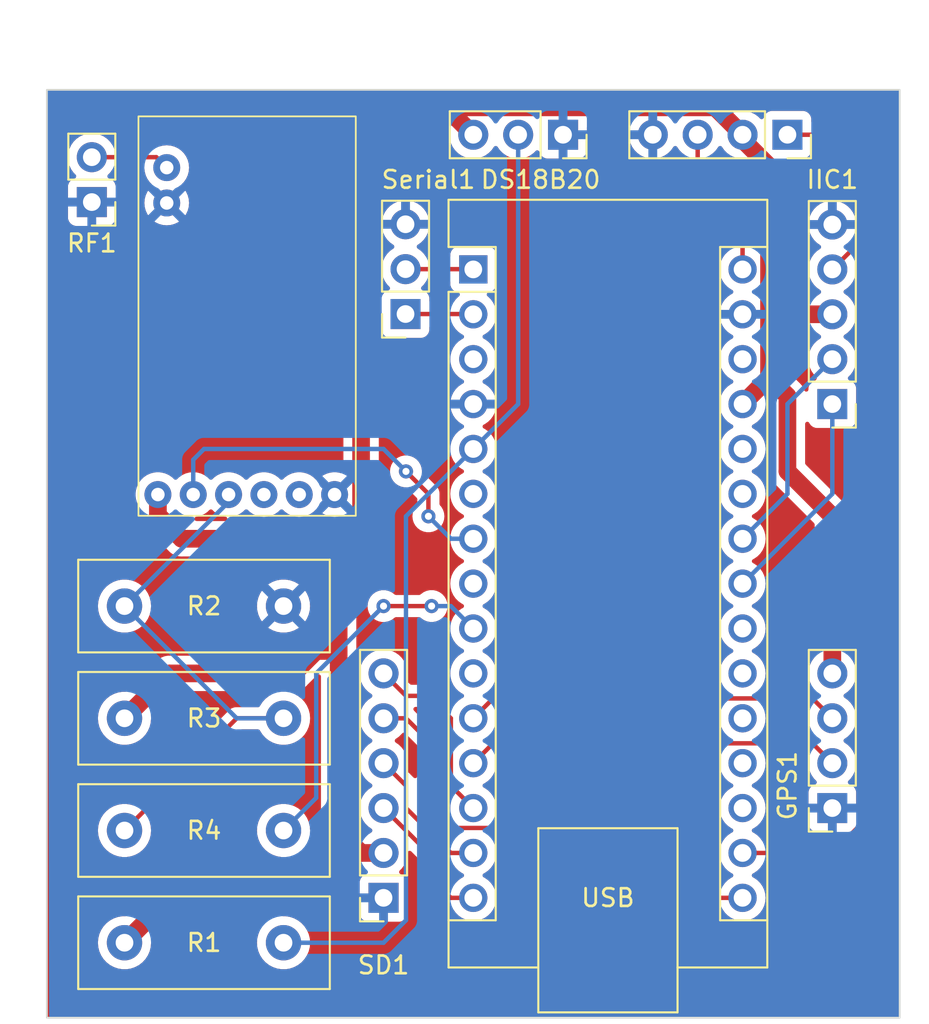
<source format=kicad_pcb>
(kicad_pcb (version 20221018) (generator pcbnew)
  (layers (0 "F.Cu" signal) (31 "B.Cu" signal) (34 "B.Paste" user) (35 "F.Paste" user) (36 "B.SilkS" user "B.Silkscreen") (37 "F.SilkS" user "F.Silkscreen") (38 "B.Mask" user) (39 "F.Mask" user) (44 "Edge.Cuts" user))
  (net 0 "")
  (net 1 "TX")
  (net 2 "RX")
  (net 4 "GND")
  (net 5 "D2")
  (net 7 "D4")
  (net 9 "D6")
  (net 11 "RX1")
  (net 12 "TX1")
  (net 13 "CS")
  (net 14 "MOSI")
  (net 15 "MISO")
  (net 16 "SCK")
  (net 17 "3V3")
  (net 23 "SDA")
  (net 24 "SCL")
  (net 27 "+5V")
  (net 29 "Vin")
  (net 32 "RF")
  (net 33 "TXD")
  (footprint "Connector_PinHeader_2.54mm:PinHeader_1x02_P2.54mm_Vertical" (layer "F.Cu") (at 100.33 62.23 180)
    (fp_text reference "RF1" (at 0 -2.33) (layer "F.SilkS"))
    (fp_text value "RF Connector")
    (fp_line (start -1.33 -1.33) (end 0 -1.33) (stroke (width 0.12)) (layer "F.SilkS"))
    (fp_line (start -1.33 0) (end -1.33 -1.33) (stroke (width 0.12)) (layer "F.SilkS"))
    (fp_line (start -1.33 1.27) (end -1.33 3.87) (stroke (width 0.12)) (layer "F.SilkS"))
    (fp_line (start -1.33 1.27) (end 1.33 1.27) (stroke (width 0.12)) (layer "F.SilkS"))
    (fp_line (start -1.33 3.87) (end 1.33 3.87) (stroke (width 0.12)) (layer "F.SilkS"))
    (fp_line (start 1.33 1.27) (end 1.33 3.87) (stroke (width 0.12)) (layer "F.SilkS"))
    (pad "1" thru_hole rect (at 0 0 180) (size 1.7 1.7) (drill 1) (layers "*.Cu" "*.Mask") (net 4 "GND"))
    (pad "2" thru_hole oval (at 0 2.54 180) (size 1.7 1.7) (drill 1) (layers "*.Cu" "*.Mask") (net 32 "RF"))
  )
  (footprint "Connector_PinSocket_2.54mm:PinSocket_1x04_P2.54mm_Vertical" (layer "F.Cu") (at 142.24 96.52 180)
    (fp_text reference "GPS1" (at 2.54 1.27 90) (layer "F.SilkS"))
    (fp_text value "GPS Breakout")
    (fp_line (start -1.33 1.27) (end -1.33 8.95) (stroke (width 0.12)) (layer "F.SilkS"))
    (fp_line (start -1.33 1.27) (end 1.33 1.27) (stroke (width 0.12)) (layer "F.SilkS"))
    (fp_line (start -1.33 8.95) (end 1.33 8.95) (stroke (width 0.12)) (layer "F.SilkS"))
    (fp_line (start 0 -1.33) (end 1.33 -1.33) (stroke (width 0.12)) (layer "F.SilkS"))
    (fp_line (start 1.33 -1.33) (end 1.33 0) (stroke (width 0.12)) (layer "F.SilkS"))
    (fp_line (start 1.33 1.27) (end 1.33 8.95) (stroke (width 0.12)) (layer "F.SilkS"))
    (pad "1" thru_hole rect (at 0 0 180) (size 1.7 1.7) (drill 1) (layers "*.Cu" "*.Mask") (net 4 "GND"))
    (pad "2" thru_hole oval (at 0 2.54 180) (size 1.7 1.7) (drill 1) (layers "*.Cu" "*.Mask") (net 12 "TX1"))
    (pad "3" thru_hole oval (at 0 5.08 180) (size 1.7 1.7) (drill 1) (layers "*.Cu" "*.Mask") (net 11 "RX1"))
    (pad "4" thru_hole oval (at 0 7.62 180) (size 1.7 1.7) (drill 1) (layers "*.Cu" "*.Mask") (net 27 "+5V"))
  )
  (footprint "Resistor_THT:R_Box_L14.0mm_W5.0mm_P9.00mm" (layer "F.Cu") (at 111.18 91.44 180)
    (fp_text reference "R3" (at 4.5 0) (layer "F.SilkS"))
    (fp_text value "4k7")
    (fp_line (start -2.62 -2.62) (end -2.62 2.62) (stroke (width 0.12)) (layer "F.SilkS"))
    (fp_line (start -2.62 -2.62) (end 11.62 -2.62) (stroke (width 0.12)) (layer "F.SilkS"))
    (fp_line (start -2.62 2.62) (end 11.62 2.62) (stroke (width 0.12)) (layer "F.SilkS"))
    (fp_line (start 11.62 -2.62) (end 11.62 2.62) (stroke (width 0.12)) (layer "F.SilkS"))
    (pad "1" thru_hole circle (at 0 0 180) (size 2 2) (drill 1) (layers "*.Cu" "*.Mask") (net 33 "TXD"))
    (pad "2" thru_hole circle (at 9 0 180) (size 2 2) (drill 1) (layers "*.Cu" "*.Mask") (net 27 "+5V"))
  )
  (footprint "Connector_PinSocket_2.54mm:PinSocket_1x06_P2.54mm_Vertical" (layer "F.Cu") (at 116.84 101.6 180)
    (fp_text reference "SD1" (at 0 -3.81) (layer "F.SilkS"))
    (fp_text value "SD Breakout")
    (fp_line (start -1.33 1.27) (end -1.33 14.03) (stroke (width 0.12)) (layer "F.SilkS"))
    (fp_line (start -1.33 1.27) (end 1.33 1.27) (stroke (width 0.12)) (layer "F.SilkS"))
    (fp_line (start -1.33 14.03) (end 1.33 14.03) (stroke (width 0.12)) (layer "F.SilkS"))
    (fp_line (start 0 -1.33) (end 1.33 -1.33) (stroke (width 0.12)) (layer "F.SilkS"))
    (fp_line (start 1.33 -1.33) (end 1.33 0) (stroke (width 0.12)) (layer "F.SilkS"))
    (fp_line (start 1.33 1.27) (end 1.33 14.03) (stroke (width 0.12)) (layer "F.SilkS"))
    (pad "1" thru_hole rect (at 0 0 180) (size 1.7 1.7) (drill 1) (layers "*.Cu" "*.Mask") (net 4 "GND"))
    (pad "2" thru_hole oval (at 0 2.54 180) (size 1.7 1.7) (drill 1) (layers "*.Cu" "*.Mask") (net 27 "+5V"))
    (pad "3" thru_hole oval (at 0 5.08 180) (size 1.7 1.7) (drill 1) (layers "*.Cu" "*.Mask") (net 15 "MISO"))
    (pad "4" thru_hole oval (at 0 7.62 180) (size 1.7 1.7) (drill 1) (layers "*.Cu" "*.Mask") (net 14 "MOSI"))
    (pad "5" thru_hole oval (at 0 10.16 180) (size 1.7 1.7) (drill 1) (layers "*.Cu" "*.Mask") (net 16 "SCK"))
    (pad "6" thru_hole oval (at 0 12.7 180) (size 1.7 1.7) (drill 1) (layers "*.Cu" "*.Mask") (net 13 "CS"))
  )
  (footprint "Resistor_THT:R_Box_L14.0mm_W5.0mm_P9.00mm" (layer "F.Cu") (at 111.18 85.09 180)
    (fp_text reference "R2" (at 4.5 0) (layer "F.SilkS"))
    (fp_text value "4k7")
    (fp_line (start -2.62 -2.62) (end -2.62 2.62) (stroke (width 0.12)) (layer "F.SilkS"))
    (fp_line (start -2.62 -2.62) (end 11.62 -2.62) (stroke (width 0.12)) (layer "F.SilkS"))
    (fp_line (start -2.62 2.62) (end 11.62 2.62) (stroke (width 0.12)) (layer "F.SilkS"))
    (fp_line (start 11.62 -2.62) (end 11.62 2.62) (stroke (width 0.12)) (layer "F.SilkS"))
    (pad "1" thru_hole circle (at 0 0 180) (size 2 2) (drill 1) (layers "*.Cu" "*.Mask") (net 4 "GND"))
    (pad "2" thru_hole circle (at 9 0 180) (size 2 2) (drill 1) (layers "*.Cu" "*.Mask") (net 33 "TXD"))
  )
  (footprint "Resistor_THT:R_Box_L14.0mm_W5.0mm_P9.00mm" (layer "F.Cu") (at 102.18 104.14)
    (fp_text reference "R1" (at 4.5 0) (layer "F.SilkS"))
    (fp_text value "4k7")
    (fp_line (start -2.62 -2.62) (end -2.62 2.62) (stroke (width 0.12)) (layer "F.SilkS"))
    (fp_line (start -2.62 -2.62) (end 11.62 -2.62) (stroke (width 0.12)) (layer "F.SilkS"))
    (fp_line (start -2.62 2.62) (end 11.62 2.62) (stroke (width 0.12)) (layer "F.SilkS"))
    (fp_line (start 11.62 -2.62) (end 11.62 2.62) (stroke (width 0.12)) (layer "F.SilkS"))
    (pad "1" thru_hole circle (at 0 0) (size 2 2) (drill 1) (layers "*.Cu" "*.Mask") (net 27 "+5V"))
    (pad "2" thru_hole circle (at 9 0) (size 2 2) (drill 1) (layers "*.Cu" "*.Mask") (net 5 "D2"))
  )
  (footprint "Connector_PinHeader_2.54mm:PinHeader_1x05_P2.54mm_Vertical" (layer "F.Cu") (at 142.24 73.66 180)
    (fp_text reference "IIC1" (at 0 12.7) (layer "F.SilkS"))
    (fp_text value "I2C Connector")
    (fp_line (start -1.33 -1.33) (end 0 -1.33) (stroke (width 0.12)) (layer "F.SilkS"))
    (fp_line (start -1.33 0) (end -1.33 -1.33) (stroke (width 0.12)) (layer "F.SilkS"))
    (fp_line (start -1.33 1.27) (end -1.33 11.49) (stroke (width 0.12)) (layer "F.SilkS"))
    (fp_line (start -1.33 1.27) (end 1.33 1.27) (stroke (width 0.12)) (layer "F.SilkS"))
    (fp_line (start -1.33 11.49) (end 1.33 11.49) (stroke (width 0.12)) (layer "F.SilkS"))
    (fp_line (start 1.33 1.27) (end 1.33 11.49) (stroke (width 0.12)) (layer "F.SilkS"))
    (pad "1" thru_hole rect (at 0 0 180) (size 1.7 1.7) (drill 1) (layers "*.Cu" "*.Mask") (net 23 "SDA"))
    (pad "2" thru_hole oval (at 0 2.54 180) (size 1.7 1.7) (drill 1) (layers "*.Cu" "*.Mask") (net 24 "SCL"))
    (pad "3" thru_hole oval (at 0 5.08 180) (size 1.7 1.7) (drill 1) (layers "*.Cu" "*.Mask") (net 27 "+5V"))
    (pad "4" thru_hole oval (at 0 7.62 180) (size 1.7 1.7) (drill 1) (layers "*.Cu" "*.Mask") (net 17 "3V3"))
    (pad "5" thru_hole oval (at 0 10.16 180) (size 1.7 1.7) (drill 1) (layers "*.Cu" "*.Mask") (net 4 "GND"))
  )
  (footprint "Module:Arduino_Nano" (layer "F.Cu") (at 121.92 66.04)
    (fp_text reference "A1" hide)
    (fp_text value "Arduino_Nano_v3.x")
    (fp_text user "USB" (at 7.62 35.56 unlocked) (layer "F.SilkS"))
    (fp_line (start -1.4 -3.94) (end -1.4 -1.27) (stroke (width 0.12)) (layer "F.SilkS"))
    (fp_line (start -1.4 1.27) (end -1.4 39.5) (stroke (width 0.12)) (layer "F.SilkS"))
    (fp_line (start -1.4 39.5) (end 3.68 39.5) (stroke (width 0.12)) (layer "F.SilkS"))
    (fp_line (start 1.27 -1.27) (end -1.4 -1.27) (stroke (width 0.12)) (layer "F.SilkS"))
    (fp_line (start 1.27 1.27) (end -1.4 1.27) (stroke (width 0.12)) (layer "F.SilkS"))
    (fp_line (start 1.27 1.27) (end 1.27 -1.27) (stroke (width 0.12)) (layer "F.SilkS"))
    (fp_line (start 1.27 1.27) (end 1.27 36.83) (stroke (width 0.12)) (layer "F.SilkS"))
    (fp_line (start 1.27 36.83) (end -1.4 36.83) (stroke (width 0.12)) (layer "F.SilkS"))
    (fp_line (start 3.68 31.62) (end 11.56 31.62) (stroke (width 0.12)) (layer "F.SilkS"))
    (fp_line (start 3.68 42.04) (end 3.68 31.62) (stroke (width 0.12)) (layer "F.SilkS"))
    (fp_line (start 11.56 31.62) (end 11.56 42.04) (stroke (width 0.12)) (layer "F.SilkS"))
    (fp_line (start 11.56 42.04) (end 3.68 42.04) (stroke (width 0.12)) (layer "F.SilkS"))
    (fp_line (start 13.97 -1.27) (end 13.97 36.83) (stroke (width 0.12)) (layer "F.SilkS"))
    (fp_line (start 13.97 -1.27) (end 16.64 -1.27) (stroke (width 0.12)) (layer "F.SilkS"))
    (fp_line (start 13.97 36.83) (end 16.64 36.83) (stroke (width 0.12)) (layer "F.SilkS"))
    (fp_line (start 16.64 -3.94) (end -1.4 -3.94) (stroke (width 0.12)) (layer "F.SilkS"))
    (fp_line (start 16.64 39.5) (end 11.56 39.5) (stroke (width 0.12)) (layer "F.SilkS"))
    (fp_line (start 16.64 39.5) (end 16.64 -3.94) (stroke (width 0.12)) (layer "F.SilkS"))
    (pad "1" thru_hole rect (at 0 0) (size 1.6 1.6) (drill 1) (layers "*.Cu" "*.Mask") (net 1 "TX"))
    (pad "2" thru_hole oval (at 0 2.54) (size 1.6 1.6) (drill 1) (layers "*.Cu" "*.Mask") (net 2 "RX"))
    (pad "3" thru_hole oval (at 0 5.08) (size 1.6 1.6) (drill 1) (layers "*.Cu" "*.Mask"))
    (pad "4" thru_hole oval (at 0 7.62) (size 1.6 1.6) (drill 1) (layers "*.Cu" "*.Mask") (net 4 "GND"))
    (pad "5" thru_hole oval (at 0 10.16) (size 1.6 1.6) (drill 1) (layers "*.Cu" "*.Mask") (net 5 "D2"))
    (pad "6" thru_hole oval (at 0 12.7) (size 1.6 1.6) (drill 1) (layers "*.Cu" "*.Mask"))
    (pad "7" thru_hole oval (at 0 15.24) (size 1.6 1.6) (drill 1) (layers "*.Cu" "*.Mask") (net 7 "D4"))
    (pad "8" thru_hole oval (at 0 17.78) (size 1.6 1.6) (drill 1) (layers "*.Cu" "*.Mask"))
    (pad "9" thru_hole oval (at 0 20.32) (size 1.6 1.6) (drill 1) (layers "*.Cu" "*.Mask") (net 9 "D6"))
    (pad "10" thru_hole oval (at 0 22.86) (size 1.6 1.6) (drill 1) (layers "*.Cu" "*.Mask"))
    (pad "11" thru_hole oval (at 0 25.4) (size 1.6 1.6) (drill 1) (layers "*.Cu" "*.Mask") (net 11 "RX1"))
    (pad "12" thru_hole oval (at 0 27.94) (size 1.6 1.6) (drill 1) (layers "*.Cu" "*.Mask") (net 12 "TX1"))
    (pad "13" thru_hole oval (at 0 30.48) (size 1.6 1.6) (drill 1) (layers "*.Cu" "*.Mask") (net 13 "CS"))
    (pad "14" thru_hole oval (at 0 33.02) (size 1.6 1.6) (drill 1) (layers "*.Cu" "*.Mask") (net 14 "MOSI"))
    (pad "15" thru_hole oval (at 0 35.56) (size 1.6 1.6) (drill 1) (layers "*.Cu" "*.Mask") (net 15 "MISO"))
    (pad "16" thru_hole oval (at 15.24 35.56) (size 1.6 1.6) (drill 1) (layers "*.Cu" "*.Mask") (net 16 "SCK"))
    (pad "17" thru_hole oval (at 15.24 33.02) (size 1.6 1.6) (drill 1) (layers "*.Cu" "*.Mask") (net 17 "3V3"))
    (pad "18" thru_hole oval (at 15.24 30.48) (size 1.6 1.6) (drill 1) (layers "*.Cu" "*.Mask"))
    (pad "19" thru_hole oval (at 15.24 27.94) (size 1.6 1.6) (drill 1) (layers "*.Cu" "*.Mask"))
    (pad "20" thru_hole oval (at 15.24 25.4) (size 1.6 1.6) (drill 1) (layers "*.Cu" "*.Mask"))
    (pad "21" thru_hole oval (at 15.24 22.86) (size 1.6 1.6) (drill 1) (layers "*.Cu" "*.Mask"))
    (pad "22" thru_hole oval (at 15.24 20.32) (size 1.6 1.6) (drill 1) (layers "*.Cu" "*.Mask"))
    (pad "23" thru_hole oval (at 15.24 17.78) (size 1.6 1.6) (drill 1) (layers "*.Cu" "*.Mask") (net 23 "SDA"))
    (pad "24" thru_hole oval (at 15.24 15.24) (size 1.6 1.6) (drill 1) (layers "*.Cu" "*.Mask") (net 24 "SCL"))
    (pad "25" thru_hole oval (at 15.24 12.7) (size 1.6 1.6) (drill 1) (layers "*.Cu" "*.Mask"))
    (pad "26" thru_hole oval (at 15.24 10.16) (size 1.6 1.6) (drill 1) (layers "*.Cu" "*.Mask"))
    (pad "27" thru_hole oval (at 15.24 7.62) (size 1.6 1.6) (drill 1) (layers "*.Cu" "*.Mask") (net 27 "+5V"))
    (pad "28" thru_hole oval (at 15.24 5.08) (size 1.6 1.6) (drill 1) (layers "*.Cu" "*.Mask"))
    (pad "29" thru_hole oval (at 15.24 2.54) (size 1.6 1.6) (drill 1) (layers "*.Cu" "*.Mask") (net 4 "GND"))
    (pad "30" thru_hole oval (at 15.24 0) (size 1.6 1.6) (drill 1) (layers "*.Cu" "*.Mask") (net 29 "Vin"))
  )
  (footprint "Connector_PinSocket_2.54mm:PinSocket_1x03_P2.54mm_Vertical" (layer "F.Cu") (at 118.085 68.565 180)
    (fp_text reference "Serial1" (at -1.295 7.605) (layer "F.SilkS"))
    (fp_text value "Serial Debug Port")
    (fp_line (start -1.33 1.27) (end -1.33 6.41) (stroke (width 0.12)) (layer "F.SilkS"))
    (fp_line (start -1.33 1.27) (end 1.33 1.27) (stroke (width 0.12)) (layer "F.SilkS"))
    (fp_line (start -1.33 6.41) (end 1.33 6.41) (stroke (width 0.12)) (layer "F.SilkS"))
    (fp_line (start 0 -1.33) (end 1.33 -1.33) (stroke (width 0.12)) (layer "F.SilkS"))
    (fp_line (start 1.33 -1.33) (end 1.33 0) (stroke (width 0.12)) (layer "F.SilkS"))
    (fp_line (start 1.33 1.27) (end 1.33 6.41) (stroke (width 0.12)) (layer "F.SilkS"))
    (pad "1" thru_hole rect (at 0 0 180) (size 1.7 1.7) (drill 1) (layers "*.Cu" "*.Mask") (net 2 "RX"))
    (pad "2" thru_hole oval (at 0 2.54 180) (size 1.7 1.7) (drill 1) (layers "*.Cu" "*.Mask") (net 1 "TX"))
    (pad "3" thru_hole oval (at 0 5.08 180) (size 1.7 1.7) (drill 1) (layers "*.Cu" "*.Mask") (net 4 "GND"))
  )
  (footprint "Resistor_THT:R_Box_L14.0mm_W5.0mm_P9.00mm" (layer "F.Cu") (at 102.18 97.79)
    (fp_text reference "R4" (at 4.5 0) (layer "F.SilkS"))
    (fp_text value "4k7")
    (fp_line (start -2.62 -2.62) (end -2.62 2.62) (stroke (width 0.12)) (layer "F.SilkS"))
    (fp_line (start -2.62 -2.62) (end 11.62 -2.62) (stroke (width 0.12)) (layer "F.SilkS"))
    (fp_line (start -2.62 2.62) (end 11.62 2.62) (stroke (width 0.12)) (layer "F.SilkS"))
    (fp_line (start 11.62 -2.62) (end 11.62 2.62) (stroke (width 0.12)) (layer "F.SilkS"))
    (pad "1" thru_hole circle (at 0 0) (size 2 2) (drill 1) (layers "*.Cu" "*.Mask") (net 33 "TXD"))
    (pad "2" thru_hole circle (at 9 0) (size 2 2) (drill 1) (layers "*.Cu" "*.Mask") (net 9 "D6"))
  )
  (footprint "Library:MTX2" (layer "F.Cu") (at 115.27 57.38 -90)
    (fp_text reference "MTX1" hide)
    (fp_text value "~" hide)
    (fp_rect (start 0 0) (end 22.6 12.3) (stroke (width 0.1)) (fill none) (layer "F.SilkS"))
    (pad "EN/PGM" thru_hole circle (at 21.4 9.2 270) (size 1.524 1.524) (drill 0.762) (layers "*.Cu" "*.Mask") (net 7 "D4"))
    (pad "GND" thru_hole circle (at 4.9 10.7 270) (size 1.524 1.524) (drill 0.762) (layers "*.Cu" "*.Mask") (net 4 "GND"))
    (pad "GND" thru_hole circle (at 21.4 1.2 270) (size 1.524 1.524) (drill 0.762) (layers "*.Cu" "*.Mask") (net 4 "GND"))
    (pad "P0" thru_hole circle (at 21.4 3.2 270) (size 1.524 1.524) (drill 0.762) (layers "*.Cu" "*.Mask"))
    (pad "P1" thru_hole circle (at 21.4 5.2 270) (size 1.524 1.524) (drill 0.762) (layers "*.Cu" "*.Mask"))
    (pad "RF" thru_hole circle (at 2.9 10.7 270) (size 1.524 1.524) (drill 0.762) (layers "*.Cu" "*.Mask") (net 32 "RF"))
    (pad "TXD" thru_hole circle (at 21.4 7.2 270) (size 1.524 1.524) (drill 0.762) (layers "*.Cu" "*.Mask") (net 33 "TXD"))
    (pad "VCC" thru_hole circle (at 21.4 11.2 270) (size 1.524 1.524) (drill 0.762) (layers "*.Cu" "*.Mask") (net 27 "+5V"))
  )
  (footprint "Connector_PinSocket_2.54mm:PinSocket_1x04_P2.54mm_Vertical" (layer "F.Cu") (at 139.7 58.42 -90)
    (fp_text reference "Power1" hide)
    (fp_text value "Power Connector")
    (fp_line (start -1.33 1.27) (end -1.33 8.95) (stroke (width 0.12)) (layer "F.SilkS"))
    (fp_line (start -1.33 1.27) (end 1.33 1.27) (stroke (width 0.12)) (layer "F.SilkS"))
    (fp_line (start -1.33 8.95) (end 1.33 8.95) (stroke (width 0.12)) (layer "F.SilkS"))
    (fp_line (start 0 -1.33) (end 1.33 -1.33) (stroke (width 0.12)) (layer "F.SilkS"))
    (fp_line (start 1.33 -1.33) (end 1.33 0) (stroke (width 0.12)) (layer "F.SilkS"))
    (fp_line (start 1.33 1.27) (end 1.33 8.95) (stroke (width 0.12)) (layer "F.SilkS"))
    (pad "1" thru_hole rect (at 0 0 270) (size 1.7 1.7) (drill 1) (layers "*.Cu" "*.Mask") (net 17 "3V3"))
    (pad "2" thru_hole oval (at 0 2.54 270) (size 1.7 1.7) (drill 1) (layers "*.Cu" "*.Mask") (net 27 "+5V"))
    (pad "3" thru_hole oval (at 0 5.08 270) (size 1.7 1.7) (drill 1) (layers "*.Cu" "*.Mask") (net 29 "Vin"))
    (pad "4" thru_hole oval (at 0 7.62 270) (size 1.7 1.7) (drill 1) (layers "*.Cu" "*.Mask") (net 4 "GND"))
  )
  (footprint "Connector_PinSocket_2.54mm:PinSocket_1x03_P2.54mm_Vertical" (layer "F.Cu") (at 127 58.42 -90)
    (fp_text reference "DS18B20" (at 2.54 1.27 -180) (layer "F.SilkS"))
    (fp_text value "Temperature Sensor")
    (fp_line (start -1.33 1.27) (end -1.33 6.41) (stroke (width 0.12)) (layer "F.SilkS"))
    (fp_line (start -1.33 1.27) (end 1.33 1.27) (stroke (width 0.12)) (layer "F.SilkS"))
    (fp_line (start -1.33 6.41) (end 1.33 6.41) (stroke (width 0.12)) (layer "F.SilkS"))
    (fp_line (start 0 -1.33) (end 1.33 -1.33) (stroke (width 0.12)) (layer "F.SilkS"))
    (fp_line (start 1.33 -1.33) (end 1.33 0) (stroke (width 0.12)) (layer "F.SilkS"))
    (fp_line (start 1.33 1.27) (end 1.33 6.41) (stroke (width 0.12)) (layer "F.SilkS"))
    (pad "1" thru_hole rect (at 0 0 270) (size 1.7 1.7) (drill 1) (layers "*.Cu" "*.Mask") (net 4 "GND"))
    (pad "2" thru_hole oval (at 0 2.54 270) (size 1.7 1.7) (drill 1) (layers "*.Cu" "*.Mask") (net 5 "D2"))
    (pad "3" thru_hole oval (at 0 5.08 270) (size 1.7 1.7) (drill 1) (layers "*.Cu" "*.Mask") (net 27 "+5V"))
  )
  (gr_rect (start 97.79 55.88) (end 146.05 108.3818) (stroke (width 0.1)) (fill none) (layer "Edge.Cuts"))
  (segment (start 121.905 66.025) (end 121.92 66.04) (width 0.25) (layer "F.Cu") (net 1))
  (segment (start 118.11 66.025) (end 121.905 66.025) (width 0.25) (layer "F.Cu") (net 1))
  (segment (start 118.11 68.565) (end 121.905 68.565) (width 0.25) (layer "F.Cu") (net 2))
  (segment (start 121.905 68.565) (end 121.92 68.58) (width 0.25) (layer "F.Cu") (net 2))
  (segment (start 116.84 104.14) (end 111.18 104.14) (width 0.25) (layer "B.Cu") (net 5))
  (segment (start 124.46 73.66) (end 121.92 76.2) (width 0.25) (layer "B.Cu") (net 5))
  (segment (start 124.46 58.42) (end 124.46 73.66) (width 0.25) (layer "B.Cu") (net 5))
  (segment (start 118.11 80.01) (end 118.11 102.87) (width 0.25) (layer "B.Cu") (net 5))
  (segment (start 121.92 76.2) (end 118.11 80.01) (width 0.25) (layer "B.Cu") (net 5))
  (segment (start 118.11 102.87) (end 116.84 104.14) (width 0.25) (layer "B.Cu") (net 5))
  (segment (start 118.11 77.47) (end 119.38 78.74) (width 0.25) (layer "F.Cu") (net 7))
  (segment (start 119.38 78.74) (end 119.38 80.01) (width 0.25) (layer "F.Cu") (net 7))
  (via (at 119.38 80.01) (size 0.8) (drill 0.4) (layers "F.Cu" "B.Cu") (net 7))
  (via (at 118.11 77.47) (size 0.8) (drill 0.4) (layers "F.Cu" "B.Cu") (net 7))
  (segment (start 106.07 78.78) (end 106.07 76.81) (width 0.25) (layer "B.Cu") (net 7))
  (segment (start 119.38 80.01) (end 120.65 81.28) (width 0.25) (layer "B.Cu") (net 7))
  (segment (start 106.07 76.81) (end 106.68 76.2) (width 0.25) (layer "B.Cu") (net 7))
  (segment (start 120.65 81.28) (end 121.92 81.28) (width 0.25) (layer "B.Cu") (net 7))
  (segment (start 116.84 76.2) (end 118.11 77.47) (width 0.25) (layer "B.Cu") (net 7))
  (segment (start 106.68 76.2) (end 116.84 76.2) (width 0.25) (layer "B.Cu") (net 7))
  (segment (start 116.84 85.09) (end 119.56 85.09) (width 0.25) (layer "F.Cu") (net 9))
  (via (at 116.84 85.09) (size 0.8) (drill 0.4) (layers "F.Cu" "B.Cu") (net 9))
  (via (at 119.56 85.09) (size 0.8) (drill 0.4) (layers "F.Cu" "B.Cu") (net 9))
  (segment (start 113.03 88.9) (end 113.03 95.94) (width 0.25) (layer "B.Cu") (net 9))
  (segment (start 119.56 85.09) (end 120.65 85.09) (width 0.25) (layer "B.Cu") (net 9))
  (segment (start 116.84 85.09) (end 113.03 88.9) (width 0.25) (layer "B.Cu") (net 9))
  (segment (start 120.65 85.09) (end 121.92 86.36) (width 0.25) (layer "B.Cu") (net 9))
  (segment (start 113.03 95.94) (end 111.18 97.79) (width 0.25) (layer "B.Cu") (net 9))
  (segment (start 123.045 90.315) (end 141.115 90.315) (width 0.25) (layer "F.Cu") (net 11))
  (segment (start 121.92 91.44) (end 123.045 90.315) (width 0.25) (layer "F.Cu") (net 11))
  (segment (start 141.115 90.315) (end 142.24 91.44) (width 0.25) (layer "F.Cu") (net 11))
  (segment (start 141.115 92.855) (end 142.24 93.98) (width 0.25) (layer "F.Cu") (net 12))
  (segment (start 121.92 93.98) (end 123.045 92.855) (width 0.25) (layer "F.Cu") (net 12))
  (segment (start 123.045 92.855) (end 141.115 92.855) (width 0.25) (layer "F.Cu") (net 12))
  (segment (start 118.11 90.17) (end 119.38 90.17) (width 0.25) (layer "F.Cu") (net 13))
  (segment (start 116.84 88.9) (end 118.11 90.17) (width 0.25) (layer "F.Cu") (net 13))
  (segment (start 119.38 90.17) (end 120.65 91.44) (width 0.25) (layer "F.Cu") (net 13))
  (segment (start 120.65 95.25) (end 121.92 96.52) (width 0.25) (layer "F.Cu") (net 13))
  (segment (start 120.65 91.44) (end 120.65 95.25) (width 0.25) (layer "F.Cu") (net 13))
  (segment (start 121.92 99.06) (end 120.65 99.06) (width 0.25) (layer "F.Cu") (net 14))
  (segment (start 118.11 95.25) (end 116.84 93.98) (width 0.25) (layer "F.Cu") (net 14))
  (segment (start 120.65 99.06) (end 118.11 96.52) (width 0.25) (layer "F.Cu") (net 14))
  (segment (start 118.11 96.52) (end 118.11 95.25) (width 0.25) (layer "F.Cu") (net 14))
  (segment (start 120.65 101.6) (end 121.92 101.6) (width 0.25) (layer "F.Cu") (net 15))
  (segment (start 119.38 99.06) (end 119.38 100.33) (width 0.25) (layer "F.Cu") (net 15))
  (segment (start 116.84 96.52) (end 119.38 99.06) (width 0.25) (layer "F.Cu") (net 15))
  (segment (start 119.38 100.33) (end 120.65 101.6) (width 0.25) (layer "F.Cu") (net 15))
  (segment (start 130.665 97.645) (end 120.505 97.645) (width 0.25) (layer "F.Cu") (net 16))
  (segment (start 134.62 101.6) (end 130.665 97.645) (width 0.25) (layer "F.Cu") (net 16))
  (segment (start 120.505 97.645) (end 119.38 96.52) (width 0.25) (layer "F.Cu") (net 16))
  (segment (start 119.38 92.71) (end 118.11 91.44) (width 0.25) (layer "F.Cu") (net 16))
  (segment (start 118.11 91.44) (end 116.84 91.44) (width 0.25) (layer "F.Cu") (net 16))
  (segment (start 137.16 101.6) (end 134.62 101.6) (width 0.25) (layer "F.Cu") (net 16))
  (segment (start 119.38 96.52) (end 119.38 92.71) (width 0.25) (layer "F.Cu") (net 16))
  (segment (start 143.51 64.77) (end 144.78 64.77) (width 0.25) (layer "F.Cu") (net 17))
  (segment (start 144.78 64.77) (end 144.78 60.96) (width 0.25) (layer "F.Cu") (net 17))
  (segment (start 142.24 99.06) (end 137.16 99.06) (width 0.25) (layer "F.Cu") (net 17))
  (segment (start 142.24 66.04) (end 143.51 64.77) (width 0.25) (layer "F.Cu") (net 17))
  (segment (start 142.24 58.42) (end 139.7 58.42) (width 0.25) (layer "F.Cu") (net 17))
  (segment (start 144.78 78.74) (end 144.78 96.52) (width 0.25) (layer "F.Cu") (net 17))
  (segment (start 144.78 96.52) (end 142.24 99.06) (width 0.25) (layer "F.Cu") (net 17))
  (segment (start 144.78 78.74) (end 144.78 64.77) (width 0.25) (layer "F.Cu") (net 17))
  (segment (start 144.78 60.96) (end 142.24 58.42) (width 0.25) (layer "F.Cu") (net 17))
  (segment (start 142.24 78.74) (end 137.16 83.82) (width 0.25) (layer "B.Cu") (net 23))
  (segment (start 142.24 73.66) (end 142.24 78.74) (width 0.25) (layer "B.Cu") (net 23))
  (segment (start 139.7 73.66) (end 139.7 78.74) (width 0.25) (layer "B.Cu") (net 24))
  (segment (start 139.7 78.74) (end 137.16 81.28) (width 0.25) (layer "B.Cu") (net 24))
  (segment (start 142.24 71.12) (end 139.7 73.66) (width 0.25) (layer "B.Cu") (net 24))
  (segment (start 120.37 56.87) (end 119.38 56.87) (width 1) (layer "F.Cu") (net 27))
  (segment (start 109.65 102.44) (end 114.3 97.79) (width 1) (layer "F.Cu") (net 27))
  (segment (start 115.57 82.55) (end 114.3 81.28) (width 1) (layer "F.Cu") (net 27))
  (segment (start 135.61 56.87) (end 119.38 56.87) (width 1) (layer "F.Cu") (net 27))
  (segment (start 102.18 104.14) (end 103.88 102.44) (width 1) (layer "F.Cu") (net 27))
  (segment (start 114.3 87.63) (end 114.3 97.79) (width 1) (layer "F.Cu") (net 27))
  (segment (start 137.16 73.66) (end 138.66 72.16) (width 1) (layer "F.Cu") (net 27))
  (segment (start 142.24 80.01) (end 139.7 77.47) (width 1) (layer "F.Cu") (net 27))
  (segment (start 142.24 68.58) (end 139.93 68.58) (width 1) (layer "F.Cu") (net 27))
  (segment (start 137.16 58.42) (end 135.61 56.87) (width 1) (layer "F.Cu") (net 27))
  (segment (start 113.03 87.63) (end 114.3 87.63) (width 1) (layer "F.Cu") (net 27))
  (segment (start 115.57 58.42) (end 115.57 82.55) (width 1) (layer "F.Cu") (net 27))
  (segment (start 138.66 69.85) (end 138.66 60.2) (width 1) (layer "F.Cu") (net 27))
  (segment (start 142.24 88.9) (end 142.24 80.01) (width 1) (layer "F.Cu") (net 27))
  (segment (start 114.3 97.79) (end 115.57 99.06) (width 1) (layer "F.Cu") (net 27))
  (segment (start 111.76 88.9) (end 113.03 87.63) (width 1) (layer "F.Cu") (net 27))
  (segment (start 114.3 81.28) (end 105.41 81.28) (width 1) (layer "F.Cu") (net 27))
  (segment (start 115.57 82.55) (end 114.3 83.82) (width 1) (layer "F.Cu") (net 27))
  (segment (start 117.12 56.87) (end 115.57 58.42) (width 1) (layer "F.Cu") (net 27))
  (segment (start 104.07 79.94) (end 104.07 78.78) (width 1) (layer "F.Cu") (net 27))
  (segment (start 138.66 60.2) (end 137.16 58.7) (width 1) (layer "F.Cu") (net 27))
  (segment (start 137.16 58.7) (end 137.16 58.42) (width 1) (layer "F.Cu") (net 27))
  (segment (start 105.41 81.28) (end 104.07 79.94) (width 1) (layer "F.Cu") (net 27))
  (segment (start 139.7 73.2) (end 138.66 72.16) (width 1) (layer "F.Cu") (net 27))
  (segment (start 139.93 68.58) (end 138.66 69.85) (width 1) (layer "F.Cu") (net 27))
  (segment (start 139.7 77.47) (end 139.7 73.2) (width 1) (layer "F.Cu") (net 27))
  (segment (start 119.38 56.87) (end 117.12 56.87) (width 1) (layer "F.Cu") (net 27))
  (segment (start 104.72 88.9) (end 111.76 88.9) (width 1) (layer "F.Cu") (net 27))
  (segment (start 138.66 72.16) (end 138.66 69.85) (width 1) (layer "F.Cu") (net 27))
  (segment (start 114.3 83.82) (end 114.3 87.63) (width 1) (layer "F.Cu") (net 27))
  (segment (start 115.57 99.06) (end 116.84 99.06) (width 1) (layer "F.Cu") (net 27))
  (segment (start 102.18 91.44) (end 104.72 88.9) (width 1) (layer "F.Cu") (net 27))
  (segment (start 121.92 58.42) (end 120.37 56.87) (width 1) (layer "F.Cu") (net 27))
  (segment (start 103.88 102.44) (end 109.65 102.44) (width 1) (layer "F.Cu") (net 27))
  (segment (start 134.62 62.23) (end 134.62 58.42) (width 0.25) (layer "F.Cu") (net 29))
  (segment (start 137.16 66.04) (end 137.16 64.77) (width 0.25) (layer "F.Cu") (net 29))
  (segment (start 137.16 64.77) (end 134.62 62.23) (width 0.25) (layer "F.Cu") (net 29))
  (segment (start 100.33 59.69) (end 103.98 59.69) (width 0.25) (layer "F.Cu") (net 32))
  (segment (start 103.98 59.69) (end 104.57 60.28) (width 0.25) (layer "F.Cu") (net 32))
  (segment (start 108.53 91.44) (end 111.18 91.44) (width 0.25) (layer "F.Cu") (net 33))
  (segment (start 102.18 97.79) (end 108.53 91.44) (width 0.25) (layer "F.Cu") (net 33))
  (segment (start 102.18 85.09) (end 108.53 91.44) (width 0.25) (layer "B.Cu") (net 33))
  (segment (start 108.53 91.44) (end 111.18 91.44) (width 0.25) (layer "B.Cu") (net 33))
  (segment (start 108.07 79.2) (end 108.07 78.78) (width 0.25) (layer "B.Cu") (net 33))
  (segment (start 102.18 85.09) (end 108.07 79.2) (width 0.25) (layer "B.Cu") (net 33))
  (zone (net 0) (net_name "") (layer "F.Cu") (priority 2) (connect_pads (clearance 0.5)) (min_thickness 0.25) (fill yes (thermal_gap 0.5) (thermal_bridge_width 0.5) (island_removal_mode 1) (island_area_min 10))
    (polygon (pts (xy 97.8408 55.8546) (xy 146.0754 55.88) (xy 146.05 108.3564) (xy 97.79 108.3564)))
  )
  (zone (net 4) (net_name "GND") (layer "B.Cu") (connect_pads (clearance 0.5)) (min_thickness 0.25) (fill yes (thermal_gap 0.5) (thermal_bridge_width 0.5))
    (polygon (pts (xy 97.79 55.88) (xy 146.05 55.88) (xy 146.177 108.4072) (xy 97.917 108.4072)))
  )
)
</source>
